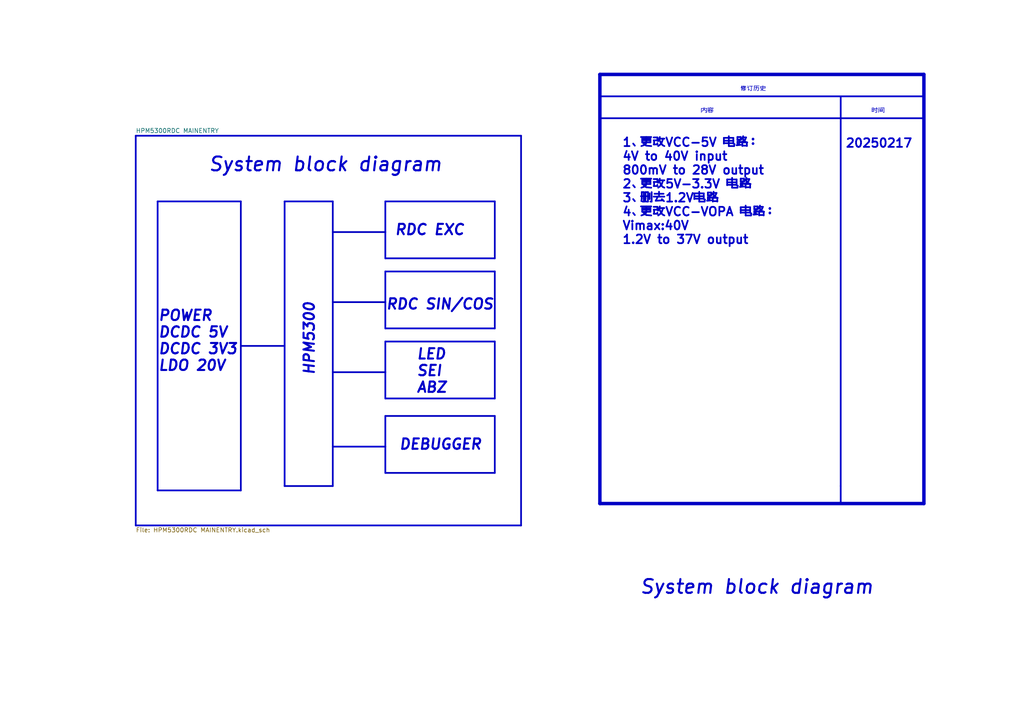
<source format=kicad_sch>
(kicad_sch (version 20230121) (generator eeschema)
  (paper "A4")
  (title_block (title "HPM5300RDCRevB") (date "2025-02-17") (rev "B"))
  (lib_symbols)
  (polyline (pts (xy 266.7 146.05) (xy 267.97 146.05)))
  (polyline (pts (xy 143.51 78.74) (xy 143.51 95.25)) (stroke (width 0.5) (type solid)))
  (polyline (pts (xy 96.52 129.54) (xy 111.76 129.54)) (stroke (width 0.5)))
  (polyline (pts (xy 45.72 58.42) (xy 69.85 58.42)) (stroke (width 0.5) (type solid)))
  (polyline (pts (xy 69.85 100.33) (xy 82.55 100.33)) (stroke (width 0.5)))
  (polyline (pts (xy 143.51 99.06) (xy 143.51 115.57)) (stroke (width 0.5) (type solid)))
  (polyline (pts (xy 151.13 152.4) (xy 39.37 152.4)) (stroke (width 0.5) (type solid)))
  (polyline (pts (xy 243.84 140.97) (xy 243.84 146.05)) (stroke (width 0.5) (type solid)))
  (polyline (pts (xy 267.97 21.59) (xy 267.97 146.05)) (stroke (width 1) (type solid)))
  (polyline (pts (xy 267.97 27.94) (xy 267.97 21.59)))
  (polyline (pts (xy 39.37 39.37) (xy 39.37 152.4)) (stroke (width 0.5) (type solid)))
  (polyline (pts (xy 69.85 58.42) (xy 69.85 142.24)) (stroke (width 0.5) (type solid)))
  (polyline (pts (xy 151.13 39.37) (xy 151.13 152.4)) (stroke (width 0.5) (type solid)))
  (polyline (pts (xy 173.99 27.94) (xy 267.97 27.94)) (stroke (width 0.5) (type solid)))
  (polyline (pts (xy 111.76 78.74) (xy 111.76 95.25)) (stroke (width 0.5) (type solid)))
  (polyline (pts (xy 39.37 39.37) (xy 151.13 39.37)) (stroke (width 0.5) (type solid)))
  (polyline (pts (xy 111.76 120.65) (xy 143.51 120.65)) (stroke (width 0.5) (type solid)))
  (polyline (pts (xy 96.52 87.63) (xy 111.76 87.63)) (stroke (width 0.5)))
  (polyline (pts (xy 173.99 34.29) (xy 267.97 34.29)) (stroke (width 0.5) (type solid)))
  (polyline (pts (xy 111.76 120.65) (xy 111.76 137.16)) (stroke (width 0.5) (type solid)))
  (polyline (pts (xy 265.43 146.05) (xy 267.97 146.05)))
  (polyline (pts (xy 96.52 58.42) (xy 96.52 140.97)) (stroke (width 0.5) (type solid)))
  (polyline (pts (xy 96.52 67.31) (xy 111.76 67.31)) (stroke (width 0.5)))
  (polyline (pts (xy 143.51 58.42) (xy 143.51 74.93)) (stroke (width 0.5) (type solid)))
  (polyline (pts (xy 111.76 78.74) (xy 143.51 78.74)) (stroke (width 0.5) (type solid)))
  (polyline (pts (xy 96.52 107.95) (xy 111.76 107.95)) (stroke (width 0.5)))
  (polyline (pts (xy 173.99 21.59) (xy 267.97 21.59)) (stroke (width 1) (type solid)))
  (polyline (pts (xy 173.99 21.59) (xy 173.99 146.05)) (stroke (width 1) (type solid)))
  (polyline (pts (xy 267.97 146.05) (xy 173.99 146.05)) (stroke (width 1) (type solid)))
  (polyline (pts (xy 82.55 58.42) (xy 96.52 58.42)) (stroke (width 0.5) (type solid)))
  (polyline (pts (xy 243.84 27.94) (xy 243.84 140.97)) (stroke (width 0.5) (type solid)))
  (polyline (pts (xy 111.76 58.42) (xy 143.51 58.42)) (stroke (width 0.5) (type solid)))
  (polyline (pts (xy 143.51 95.25) (xy 111.76 95.25)) (stroke (width 0.5) (type solid)))
  (polyline (pts (xy 143.51 120.65) (xy 143.51 137.16)) (stroke (width 0.5) (type solid)))
  (polyline (pts (xy 111.76 99.06) (xy 111.76 115.57)) (stroke (width 0.5) (type solid)))
  (polyline (pts (xy 96.52 140.97) (xy 82.55 140.97)) (stroke (width 0.5) (type solid)))
  (polyline (pts (xy 82.55 58.42) (xy 82.55 140.97)) (stroke (width 0.5) (type solid)))
  (polyline (pts (xy 45.72 58.42) (xy 45.72 142.24)) (stroke (width 0.5) (type solid)))
  (polyline (pts (xy 111.76 58.42) (xy 111.76 74.93)) (stroke (width 0.5) (type solid)))
  (polyline (pts (xy 143.51 74.93) (xy 111.76 74.93)) (stroke (width 0.5) (type solid)))
  (polyline (pts (xy 69.85 142.24) (xy 45.72 142.24)) (stroke (width 0.5) (type solid)))
  (polyline (pts (xy 143.51 137.16) (xy 111.76 137.16)) (stroke (width 0.5) (type solid)))
  (polyline (pts (xy 143.51 115.57) (xy 111.76 115.57)) (stroke (width 0.5) (type solid)))
  (polyline (pts (xy 111.76 99.06) (xy 143.51 99.06)) (stroke (width 0.5) (type solid)))
  (text "1、更改VCC-5V 电路：\n4V to 40V input \n800mV to 28V output\n2、更改5V-3.3V 电路\n3、删去1.2V电路\n4、更改VCC-VOPA 电路：\nVimax:40V\n1.2V to 37V output" (at 180.34 71.12 0) (effects (font (size 2.5 2.5) (thickness 0.5) bold) (justify left bottom)))
  (text "LED\nSEI\nABZ" (at 120.65 114.3 0) (effects (font (size 3 3) (thickness 0.6) bold italic) (justify left bottom)))
  (text "RDC EXC\n" (at 114.3 68.58 0) (effects (font (size 3 3) (thickness 0.6) bold italic) (justify left bottom)))
  (text "HPM5300" (at 91.44 109.22 90) (effects (font (size 3 3) (thickness 0.6) bold italic) (justify left bottom)))
  (text "内容" (at 203.2 33.02 0) (effects (font (size 1.27 1.27)) (justify left bottom)))
  (text "System block diagram" (at 60.325 50.165 0) (effects (font (size 4 4) (thickness 0.6) bold italic) (justify left bottom)))
  (text "时间" (at 252.73 33.02 0) (effects (font (size 1.27 1.27)) (justify left bottom)))
  (text "System block diagram" (at 185.42 172.72 0) (effects (font (size 4 4) (thickness 0.6) bold italic) (justify left bottom)))
  (text "RDC SIN/COS\n" (at 111.76 90.17 0) (effects (font (size 3 3) (thickness 0.6) bold italic) (justify left bottom)))
  (text "POWER\nDCDC 5V\nDCDC 3V3\nLDO 20V\n" (at 45.72 107.95 0) (effects (font (size 3 3) (thickness 0.6) bold italic) (justify left bottom)))
  (text "DEBUGGER" (at 115.57 130.81 0) (effects (font (size 3 3) (thickness 0.6) bold italic) (justify left bottom)))
  (text "修订历史\n" (at 214.63 26.67 0) (effects (font (size 1.27 1.27)) (justify left bottom)))
  (text "20250217" (at 245.11 43.18 0) (effects (font (size 2.5 2.5) (thickness 0.5) bold) (justify left bottom)))
  (sheet (at 39.37 39.37) (size 111.76 113.03) (stroke (width 0.1524))
    (property "Sheetname" "HPM5300RDC MAINENTRY" (at 39.37 38.6584 0) (effects (justify left bottom)))
    (property "Sheetfile" "HPM5300RDC MAINENTRY.kicad_sch" (at 39.37 152.9846 0) (effects (justify left top)))
  )
)
</source>
